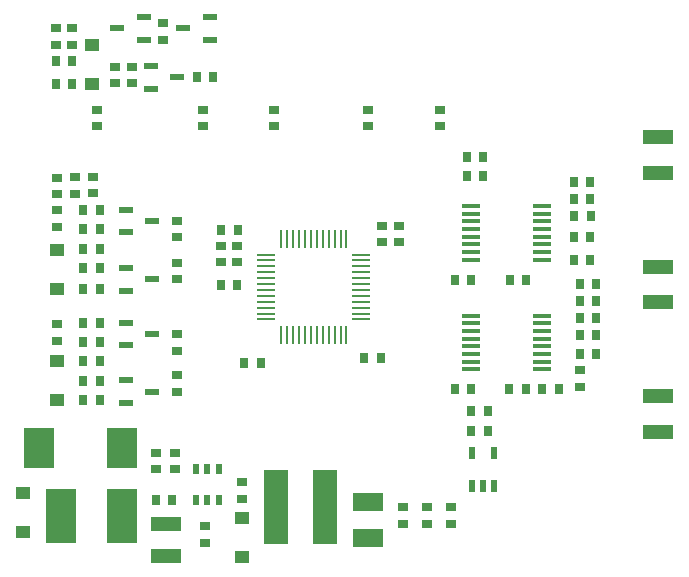
<source format=gtp>
G04*
G04 #@! TF.GenerationSoftware,Altium Limited,Altium Designer,23.0.1 (38)*
G04*
G04 Layer_Color=8421504*
%FSLAX44Y44*%
%MOMM*%
G71*
G04*
G04 #@! TF.SameCoordinates,88909673-1F00-4C77-B531-533E11D30842*
G04*
G04*
G04 #@! TF.FilePolarity,Positive*
G04*
G01*
G75*
%ADD10R,0.8000X0.9000*%
%ADD11R,2.5000X3.5000*%
%ADD12R,0.8500X0.7500*%
%ADD13R,1.1500X0.6000*%
%ADD14R,0.7500X0.8500*%
%ADD15R,1.2000X1.0000*%
%ADD16R,0.9000X0.8000*%
%ADD17O,0.2500X1.5500*%
%ADD18O,1.5500X0.2500*%
%ADD19R,1.5500X0.3000*%
%ADD20R,2.6000X1.2000*%
%ADD21R,0.5500X0.9500*%
%ADD22R,0.5000X1.0000*%
%ADD23R,2.5000X1.2000*%
%ADD24R,2.6000X1.5000*%
%ADD25R,2.1500X6.3000*%
%ADD26R,2.5000X4.6000*%
D10*
X871680Y520600D02*
D03*
X857680D02*
D03*
X519580Y706200D02*
D03*
X533580D02*
D03*
X903880Y520600D02*
D03*
X917880D02*
D03*
X972717Y574566D02*
D03*
X958717D02*
D03*
X972417Y557144D02*
D03*
X958417D02*
D03*
X972417Y537647D02*
D03*
X958417D02*
D03*
X977267Y457897D02*
D03*
X963267D02*
D03*
X945605Y428303D02*
D03*
X931606D02*
D03*
X659757Y563050D02*
D03*
X673757D02*
D03*
X795080Y454900D02*
D03*
X781080D02*
D03*
X556830Y580200D02*
D03*
X542830D02*
D03*
X556780Y484200D02*
D03*
X542780D02*
D03*
X857660Y428303D02*
D03*
X871660D02*
D03*
X903860D02*
D03*
X917860D02*
D03*
X871660Y409200D02*
D03*
X885660D02*
D03*
X871680Y392700D02*
D03*
X885680D02*
D03*
D11*
X575780Y378500D02*
D03*
X505780D02*
D03*
D12*
X569880Y687200D02*
D03*
Y701200D02*
D03*
X584180Y701200D02*
D03*
Y687200D02*
D03*
X610780Y724000D02*
D03*
Y738000D02*
D03*
X519580Y733900D02*
D03*
Y719900D02*
D03*
X533580Y719900D02*
D03*
Y733900D02*
D03*
X622180Y426100D02*
D03*
Y440100D02*
D03*
X622180Y474500D02*
D03*
Y460500D02*
D03*
X622230Y570800D02*
D03*
Y556800D02*
D03*
X622180Y521100D02*
D03*
Y535100D02*
D03*
X535580Y607500D02*
D03*
Y593500D02*
D03*
X520680Y593200D02*
D03*
Y607200D02*
D03*
X620880Y360300D02*
D03*
Y374300D02*
D03*
X604180Y360300D02*
D03*
Y374300D02*
D03*
X844980Y650600D02*
D03*
Y664600D02*
D03*
X784480Y650600D02*
D03*
Y664600D02*
D03*
X704480Y650600D02*
D03*
Y664600D02*
D03*
X644480Y650600D02*
D03*
Y664600D02*
D03*
X554680Y650600D02*
D03*
Y664600D02*
D03*
D13*
X600230Y701500D02*
D03*
Y682500D02*
D03*
X622730Y692000D02*
D03*
X650130Y724100D02*
D03*
Y743100D02*
D03*
X627630Y733600D02*
D03*
X594230Y724100D02*
D03*
Y743100D02*
D03*
X571730Y733600D02*
D03*
X601330Y426100D02*
D03*
X578830Y416600D02*
D03*
Y435600D02*
D03*
X601330Y474700D02*
D03*
X578830Y465200D02*
D03*
Y484200D02*
D03*
X601330Y521000D02*
D03*
X578830Y511500D02*
D03*
Y530500D02*
D03*
X601380Y570700D02*
D03*
X578880Y561200D02*
D03*
Y580200D02*
D03*
D14*
X639080Y692000D02*
D03*
X653080D02*
D03*
X963280Y474050D02*
D03*
X977280D02*
D03*
X963280Y488500D02*
D03*
X977280D02*
D03*
X963280Y502950D02*
D03*
X977280D02*
D03*
X963280Y517400D02*
D03*
X977280D02*
D03*
X958417Y588710D02*
D03*
X972417D02*
D03*
X958417Y603119D02*
D03*
X972417D02*
D03*
X533580Y686800D02*
D03*
X519580D02*
D03*
X881680Y608500D02*
D03*
X867680D02*
D03*
X881680Y624400D02*
D03*
X867680D02*
D03*
X679480Y450000D02*
D03*
X693480D02*
D03*
X673380Y516400D02*
D03*
X659380D02*
D03*
X556830Y513100D02*
D03*
X542830D02*
D03*
X542780Y530375D02*
D03*
X556780D02*
D03*
X556830Y546650D02*
D03*
X542830D02*
D03*
X556830Y563425D02*
D03*
X542830D02*
D03*
X556800Y418900D02*
D03*
X542800D02*
D03*
X542780Y435300D02*
D03*
X556780D02*
D03*
X556780Y451900D02*
D03*
X542780D02*
D03*
X556780Y468200D02*
D03*
X542780D02*
D03*
X618241Y334263D02*
D03*
X604241D02*
D03*
D15*
X550580Y686780D02*
D03*
Y719820D02*
D03*
X520600Y451720D02*
D03*
Y418680D02*
D03*
X520630Y546220D02*
D03*
Y513180D02*
D03*
X492380Y340020D02*
D03*
Y306980D02*
D03*
X677180Y318920D02*
D03*
Y285880D02*
D03*
D16*
X963767Y444200D02*
D03*
Y430200D02*
D03*
X810080Y566600D02*
D03*
Y552600D02*
D03*
X795835Y552319D02*
D03*
Y566319D02*
D03*
X659561Y549381D02*
D03*
Y535381D02*
D03*
X673388Y535381D02*
D03*
Y549381D02*
D03*
X677180Y349300D02*
D03*
Y335300D02*
D03*
X520680Y483000D02*
D03*
Y469000D02*
D03*
X520730Y579400D02*
D03*
Y565400D02*
D03*
X550980Y607800D02*
D03*
Y593800D02*
D03*
X645780Y298100D02*
D03*
Y312100D02*
D03*
X853980Y314200D02*
D03*
Y328200D02*
D03*
X833680Y314200D02*
D03*
Y328200D02*
D03*
X813380Y314200D02*
D03*
Y328200D02*
D03*
D17*
X765780Y554850D02*
D03*
X760780D02*
D03*
X755780D02*
D03*
X750780D02*
D03*
X745780D02*
D03*
X740780D02*
D03*
X735780D02*
D03*
X730780D02*
D03*
X725780D02*
D03*
X720780D02*
D03*
X715780D02*
D03*
X710780D02*
D03*
Y474350D02*
D03*
X715780D02*
D03*
X720780D02*
D03*
X725780D02*
D03*
X730780D02*
D03*
X735780D02*
D03*
X740780D02*
D03*
X745780D02*
D03*
X750780D02*
D03*
X755780D02*
D03*
X760780D02*
D03*
X765780D02*
D03*
D18*
X698030Y542100D02*
D03*
Y537100D02*
D03*
Y532100D02*
D03*
Y527100D02*
D03*
Y522100D02*
D03*
Y517100D02*
D03*
Y512100D02*
D03*
Y507100D02*
D03*
Y502100D02*
D03*
Y497100D02*
D03*
Y492100D02*
D03*
Y487100D02*
D03*
X778530D02*
D03*
Y492100D02*
D03*
Y497100D02*
D03*
Y502100D02*
D03*
Y507100D02*
D03*
Y512100D02*
D03*
Y517100D02*
D03*
Y522100D02*
D03*
Y527100D02*
D03*
Y532100D02*
D03*
Y537100D02*
D03*
Y542100D02*
D03*
D19*
X871680Y537647D02*
D03*
Y544147D02*
D03*
Y550647D02*
D03*
Y557144D02*
D03*
Y563647D02*
D03*
Y570147D02*
D03*
Y576647D02*
D03*
Y583147D02*
D03*
X931680D02*
D03*
Y576647D02*
D03*
Y570147D02*
D03*
Y563647D02*
D03*
Y557144D02*
D03*
Y550647D02*
D03*
Y544147D02*
D03*
Y537647D02*
D03*
X871660Y444750D02*
D03*
Y451250D02*
D03*
Y457750D02*
D03*
Y464247D02*
D03*
Y470750D02*
D03*
Y477250D02*
D03*
Y483750D02*
D03*
Y490250D02*
D03*
X931660D02*
D03*
Y483750D02*
D03*
Y477250D02*
D03*
Y470750D02*
D03*
Y464247D02*
D03*
Y457750D02*
D03*
Y451250D02*
D03*
Y444750D02*
D03*
D20*
X613280Y286700D02*
D03*
Y313700D02*
D03*
D21*
X657536Y360233D02*
D03*
X648036D02*
D03*
X638536D02*
D03*
Y334233D02*
D03*
X648036D02*
D03*
X657536D02*
D03*
D22*
X871880Y346300D02*
D03*
X881380D02*
D03*
X890880D02*
D03*
Y374300D02*
D03*
X871880D02*
D03*
D23*
X1029230Y422200D02*
D03*
Y392200D02*
D03*
Y531700D02*
D03*
Y501700D02*
D03*
Y641200D02*
D03*
Y611200D02*
D03*
D24*
X784380Y302300D02*
D03*
Y332300D02*
D03*
D25*
X747330Y328513D02*
D03*
X705830D02*
D03*
D26*
X523980Y320400D02*
D03*
X575980D02*
D03*
M02*

</source>
